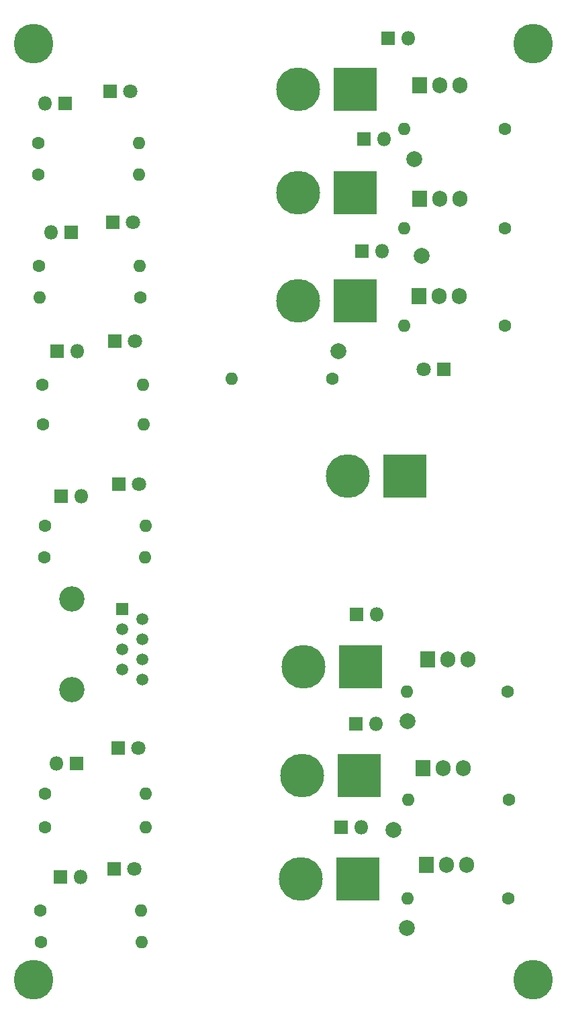
<source format=gbs>
G04 #@! TF.GenerationSoftware,KiCad,Pcbnew,(6.0.5)*
G04 #@! TF.CreationDate,2023-06-10T16:45:34-04:00*
G04 #@! TF.ProjectId,CaelusRocketPCB,4361656c-7573-4526-9f63-6b6574504342,rev?*
G04 #@! TF.SameCoordinates,Original*
G04 #@! TF.FileFunction,Soldermask,Bot*
G04 #@! TF.FilePolarity,Negative*
%FSLAX46Y46*%
G04 Gerber Fmt 4.6, Leading zero omitted, Abs format (unit mm)*
G04 Created by KiCad (PCBNEW (6.0.5)) date 2023-06-10 16:45:34*
%MOMM*%
%LPD*%
G01*
G04 APERTURE LIST*
%ADD10C,1.600000*%
%ADD11O,1.600000X1.600000*%
%ADD12R,1.800000X1.800000*%
%ADD13O,1.800000X1.800000*%
%ADD14C,5.000000*%
%ADD15R,1.905000X2.000000*%
%ADD16O,1.905000X2.000000*%
%ADD17C,2.000000*%
%ADD18R,5.516000X5.516000*%
%ADD19C,5.516000*%
%ADD20C,1.800000*%
%ADD21C,3.200000*%
%ADD22R,1.500000X1.500000*%
%ADD23C,1.500000*%
G04 APERTURE END LIST*
D10*
X137500000Y-140750000D03*
D11*
X150200000Y-140750000D03*
D12*
X139500000Y-137000000D03*
D13*
X142040000Y-137000000D03*
D12*
X177455244Y-106099755D03*
D13*
X179995244Y-106099755D03*
D10*
X195450978Y-103250000D03*
D11*
X182750978Y-103250000D03*
D14*
X136000000Y-80000000D03*
D15*
X185600000Y-183500000D03*
D16*
X188140000Y-183500000D03*
X190680000Y-183500000D03*
D10*
X137250000Y-128000000D03*
D11*
X149950000Y-128000000D03*
D14*
X199000000Y-198000000D03*
D17*
X183234200Y-165398200D03*
D18*
X176595244Y-112404755D03*
D19*
X169395244Y-112404755D03*
D12*
X177700978Y-92000000D03*
D13*
X180240978Y-92000000D03*
D12*
X146750000Y-135500000D03*
D20*
X149290000Y-135500000D03*
D10*
X173750000Y-122250000D03*
D11*
X161050000Y-122250000D03*
D12*
X146210000Y-184000000D03*
D20*
X148750000Y-184000000D03*
D10*
X136750000Y-108000000D03*
D11*
X149450000Y-108000000D03*
D12*
X140045000Y-87500000D03*
D13*
X137505000Y-87500000D03*
D15*
X185128079Y-171333489D03*
D16*
X187668079Y-171333489D03*
X190208079Y-171333489D03*
D10*
X195978079Y-175333489D03*
D11*
X183278079Y-175333489D03*
D12*
X146000000Y-102500000D03*
D20*
X148540000Y-102500000D03*
D18*
X176950000Y-185250000D03*
D19*
X169750000Y-185250000D03*
D12*
X176650000Y-165750000D03*
D13*
X179190000Y-165750000D03*
D10*
X137460000Y-174500000D03*
D11*
X150160000Y-174500000D03*
D10*
X137460000Y-178750000D03*
D11*
X150160000Y-178750000D03*
D12*
X139415000Y-185000000D03*
D13*
X141955000Y-185000000D03*
D10*
X136650000Y-96500000D03*
D11*
X149350000Y-96500000D03*
D10*
X137400000Y-144750000D03*
D11*
X150100000Y-144750000D03*
D12*
X187750000Y-121000000D03*
D20*
X185210000Y-121000000D03*
D10*
X195850000Y-187750000D03*
D11*
X183150000Y-187750000D03*
D10*
X136650000Y-92500000D03*
D11*
X149350000Y-92500000D03*
D10*
X149500000Y-112000000D03*
D11*
X136800000Y-112000000D03*
D15*
X184750000Y-85250000D03*
D16*
X187290000Y-85250000D03*
X189830000Y-85250000D03*
D10*
X195834200Y-161648200D03*
D11*
X183134200Y-161648200D03*
D10*
X137150000Y-123000000D03*
D11*
X149850000Y-123000000D03*
D17*
X184000000Y-94500000D03*
D14*
X199000000Y-80000000D03*
D18*
X176550978Y-98750000D03*
D19*
X169350978Y-98750000D03*
D12*
X174850000Y-178750000D03*
D13*
X177390000Y-178750000D03*
D18*
X182850000Y-134500000D03*
D19*
X175650000Y-134500000D03*
D10*
X195500000Y-90750000D03*
D11*
X182800000Y-90750000D03*
D12*
X141460000Y-170750000D03*
D13*
X138920000Y-170750000D03*
D12*
X145725000Y-86000000D03*
D20*
X148265000Y-86000000D03*
D17*
X174500000Y-118750000D03*
D12*
X146250000Y-117500000D03*
D20*
X148790000Y-117500000D03*
D10*
X195500000Y-115500000D03*
D11*
X182800000Y-115500000D03*
D21*
X140900000Y-161410000D03*
X140900000Y-149980000D03*
D22*
X147250000Y-151250000D03*
D23*
X149790000Y-152520000D03*
X147250000Y-153790000D03*
X149790000Y-155060000D03*
X147250000Y-156330000D03*
X149790000Y-157600000D03*
X147250000Y-158870000D03*
X149790000Y-160140000D03*
D12*
X146710000Y-168750000D03*
D20*
X149250000Y-168750000D03*
D15*
X184665244Y-111794755D03*
D16*
X187205244Y-111794755D03*
X189745244Y-111794755D03*
D12*
X176748200Y-151898200D03*
D13*
X179288200Y-151898200D03*
D12*
X140750000Y-103750000D03*
D13*
X138210000Y-103750000D03*
D18*
X177100000Y-172250000D03*
D19*
X169900000Y-172250000D03*
D15*
X185694200Y-157593200D03*
D16*
X188234200Y-157593200D03*
X190774200Y-157593200D03*
D17*
X181378079Y-179083489D03*
D10*
X137000000Y-193250000D03*
D11*
X149700000Y-193250000D03*
D17*
X184950978Y-106750000D03*
D14*
X136000000Y-198000000D03*
D12*
X138955000Y-118750000D03*
D13*
X141495000Y-118750000D03*
D18*
X176600000Y-85750000D03*
D19*
X169400000Y-85750000D03*
D10*
X136860000Y-189250000D03*
D11*
X149560000Y-189250000D03*
D12*
X180705000Y-79250000D03*
D13*
X183245000Y-79250000D03*
D18*
X177248200Y-158502200D03*
D19*
X170048200Y-158502200D03*
D17*
X183100000Y-191500000D03*
D15*
X184700978Y-99500000D03*
D16*
X187240978Y-99500000D03*
X189780978Y-99500000D03*
M02*

</source>
